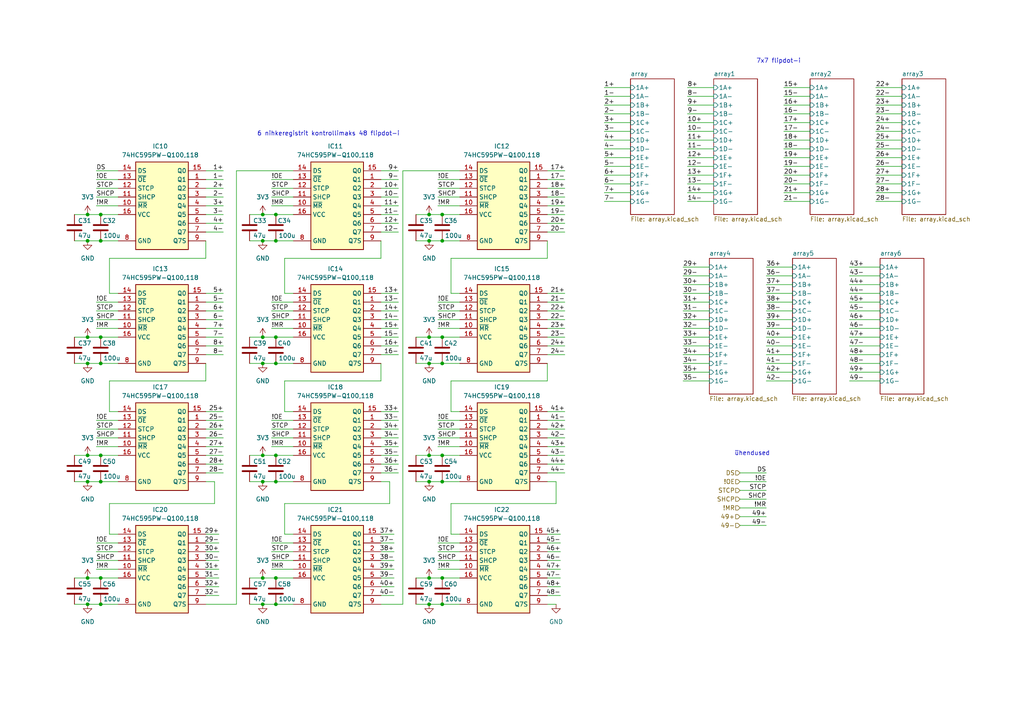
<source format=kicad_sch>
(kicad_sch (version 20250114) (generator "eeschema") (generator_version "9.0")
  (paper "A4")
  (text "6 nihkeregistrit kontrollimaks 48 flipdot-i" (at 95.25 38.862 0) (effects (font (size 1.27 1.27))))
  (text "ühendused" (at 218.186 131.572 0) (effects (font (size 1.27 1.27))))
  (text "7x7 flipdot-i" (at 225.806 17.78 0) (effects (font (size 1.27 1.27))))
  (junction (at 128.27 139.7))
  (junction (at 29.21 97.79))
  (junction (at 76.2 175.26))
  (junction (at 29.21 132.08))
  (junction (at 76.2 132.08))
  (junction (at 124.46 175.26))
  (junction (at 29.21 105.41))
  (junction (at 25.4 105.41))
  (junction (at 25.4 69.85))
  (junction (at 124.46 62.23))
  (junction (at 25.4 167.64))
  (junction (at 128.27 132.08))
  (junction (at 25.4 132.08))
  (junction (at 76.2 69.85))
  (junction (at 76.2 167.64))
  (junction (at 124.46 167.64))
  (junction (at 29.21 139.7))
  (junction (at 128.27 97.79))
  (junction (at 128.27 175.26))
  (junction (at 128.27 69.85))
  (junction (at 80.01 132.08))
  (junction (at 76.2 62.23))
  (junction (at 80.01 139.7))
  (junction (at 128.27 62.23))
  (junction (at 29.21 69.85))
  (junction (at 128.27 167.64))
  (junction (at 80.01 97.79))
  (junction (at 80.01 105.41))
  (junction (at 80.01 167.64))
  (junction (at 80.01 175.26))
  (junction (at 25.4 139.7))
  (junction (at 29.21 167.64))
  (junction (at 124.46 139.7))
  (junction (at 29.21 62.23))
  (junction (at 124.46 69.85))
  (junction (at 124.46 97.79))
  (junction (at 80.01 62.23))
  (junction (at 124.46 105.41))
  (junction (at 76.2 105.41))
  (junction (at 25.4 97.79))
  (junction (at 29.21 175.26))
  (junction (at 76.2 139.7))
  (junction (at 128.27 105.41))
  (junction (at 76.2 97.79))
  (junction (at 25.4 62.23))
  (junction (at 25.4 175.26))
  (junction (at 124.46 132.08))
  (junction (at 80.01 69.85))
  (wire (pts (xy 78.74 124.46) (xy 85.09 124.46)))
  (wire (pts (xy 72.39 175.26) (xy 76.2 175.26)))
  (wire (pts (xy 21.59 175.26) (xy 25.4 175.26)))
  (wire (pts (xy 80.01 139.7) (xy 85.09 139.7)))
  (wire (pts (xy 27.94 49.53) (xy 34.29 49.53)))
  (wire (pts (xy 76.2 139.7) (xy 80.01 139.7)))
  (wire (pts (xy 158.75 52.07) (xy 163.83 52.07)))
  (wire (pts (xy 158.75 124.46) (xy 163.83 124.46)))
  (wire (pts (xy 31.75 110.49) (xy 31.75 119.38)))
  (wire (pts (xy 234.95 25.4) (xy 227.33 25.4)))
  (wire (pts (xy 234.95 38.1) (xy 227.33 38.1)))
  (wire (pts (xy 261.62 50.8) (xy 254 50.8)))
  (wire (pts (xy 72.39 105.41) (xy 76.2 105.41)))
  (wire (pts (xy 128.27 132.08) (xy 133.35 132.08)))
  (wire (pts (xy 78.74 162.56) (xy 85.09 162.56)))
  (wire (pts (xy 110.49 69.85) (xy 110.49 74.93)))
  (wire (pts (xy 182.88 53.34) (xy 175.26 53.34)))
  (wire (pts (xy 214.63 142.24) (xy 222.25 142.24)))
  (wire (pts (xy 25.4 139.7) (xy 29.21 139.7)))
  (wire (pts (xy 59.69 57.15) (xy 64.77 57.15)))
  (wire (pts (xy 234.95 58.42) (xy 227.33 58.42)))
  (wire (pts (xy 110.49 85.09) (xy 115.57 85.09)))
  (wire (pts (xy 261.62 38.1) (xy 254 38.1)))
  (wire (pts (xy 27.94 127) (xy 34.29 127)))
  (wire (pts (xy 27.94 162.56) (xy 34.29 162.56)))
  (wire (pts (xy 158.75 67.31) (xy 163.83 67.31)))
  (wire (pts (xy 27.94 165.1) (xy 34.29 165.1)))
  (wire (pts (xy 127 59.69) (xy 133.35 59.69)))
  (wire (pts (xy 128.27 105.41) (xy 133.35 105.41)))
  (wire (pts (xy 182.88 43.18) (xy 175.26 43.18)))
  (wire (pts (xy 110.49 154.94) (xy 114.3 154.94)))
  (wire (pts (xy 82.55 154.94) (xy 85.09 154.94)))
  (wire (pts (xy 120.65 132.08) (xy 124.46 132.08)))
  (wire (pts (xy 21.59 105.41) (xy 25.4 105.41)))
  (wire (pts (xy 110.49 57.15) (xy 115.57 57.15)))
  (wire (pts (xy 110.49 157.48) (xy 114.3 157.48)))
  (wire (pts (xy 130.81 110.49) (xy 130.81 119.38)))
  (wire (pts (xy 120.65 139.7) (xy 124.46 139.7)))
  (wire (pts (xy 82.55 146.05) (xy 82.55 154.94)))
  (wire (pts (xy 158.75 134.62) (xy 163.83 134.62)))
  (wire (pts (xy 261.62 35.56) (xy 254 35.56)))
  (wire (pts (xy 110.49 74.93) (xy 82.55 74.93)))
  (wire (pts (xy 205.74 102.87) (xy 198.12 102.87)))
  (wire (pts (xy 27.94 59.69) (xy 34.29 59.69)))
  (wire (pts (xy 127 129.54) (xy 133.35 129.54)))
  (wire (pts (xy 182.88 40.64) (xy 175.26 40.64)))
  (wire (pts (xy 80.01 132.08) (xy 85.09 132.08)))
  (wire (pts (xy 59.69 85.09) (xy 64.77 85.09)))
  (wire (pts (xy 82.55 110.49) (xy 82.55 119.38)))
  (wire (pts (xy 59.69 127) (xy 64.77 127)))
  (wire (pts (xy 182.88 27.94) (xy 175.26 27.94)))
  (wire (pts (xy 261.62 30.48) (xy 254 30.48)))
  (wire (pts (xy 110.49 67.31) (xy 115.57 67.31)))
  (wire (pts (xy 110.49 127) (xy 115.57 127)))
  (wire (pts (xy 59.69 64.77) (xy 64.77 64.77)))
  (wire (pts (xy 255.27 100.33) (xy 246.38 100.33)))
  (wire (pts (xy 182.88 30.48) (xy 175.26 30.48)))
  (wire (pts (xy 80.01 62.23) (xy 85.09 62.23)))
  (wire (pts (xy 21.59 69.85) (xy 25.4 69.85)))
  (wire (pts (xy 130.81 154.94) (xy 133.35 154.94)))
  (wire (pts (xy 21.59 139.7) (xy 25.4 139.7)))
  (wire (pts (xy 59.69 139.7) (xy 62.23 139.7)))
  (wire (pts (xy 261.62 48.26) (xy 254 48.26)))
  (wire (pts (xy 128.27 62.23) (xy 133.35 62.23)))
  (wire (pts (xy 229.87 85.09) (xy 222.25 85.09)))
  (wire (pts (xy 207.01 35.56) (xy 199.39 35.56)))
  (wire (pts (xy 158.75 170.18) (xy 162.56 170.18)))
  (wire (pts (xy 214.63 139.7) (xy 222.25 139.7)))
  (wire (pts (xy 59.69 59.69) (xy 64.77 59.69)))
  (wire (pts (xy 234.95 45.72) (xy 227.33 45.72)))
  (wire (pts (xy 182.88 35.56) (xy 175.26 35.56)))
  (wire (pts (xy 25.4 62.23) (xy 29.21 62.23)))
  (wire (pts (xy 110.49 62.23) (xy 115.57 62.23)))
  (wire (pts (xy 127 162.56) (xy 133.35 162.56)))
  (wire (pts (xy 110.49 97.79) (xy 115.57 97.79)))
  (wire (pts (xy 261.62 33.02) (xy 254 33.02)))
  (wire (pts (xy 110.49 134.62) (xy 115.57 134.62)))
  (wire (pts (xy 76.2 132.08) (xy 80.01 132.08)))
  (wire (pts (xy 261.62 40.64) (xy 254 40.64)))
  (wire (pts (xy 78.74 54.61) (xy 85.09 54.61)))
  (wire (pts (xy 59.69 105.41) (xy 59.69 110.49)))
  (wire (pts (xy 27.94 121.92) (xy 34.29 121.92)))
  (wire (pts (xy 27.94 157.48) (xy 34.29 157.48)))
  (wire (pts (xy 59.69 102.87) (xy 64.77 102.87)))
  (wire (pts (xy 207.01 25.4) (xy 199.39 25.4)))
  (wire (pts (xy 158.75 129.54) (xy 163.83 129.54)))
  (wire (pts (xy 76.2 97.79) (xy 80.01 97.79)))
  (wire (pts (xy 78.74 160.02) (xy 85.09 160.02)))
  (wire (pts (xy 72.39 132.08) (xy 76.2 132.08)))
  (wire (pts (xy 29.21 97.79) (xy 34.29 97.79)))
  (wire (pts (xy 110.49 64.77) (xy 115.57 64.77)))
  (wire (pts (xy 175.26 25.4) (xy 182.88 25.4)))
  (wire (pts (xy 124.46 175.26) (xy 128.27 175.26)))
  (wire (pts (xy 205.74 97.79) (xy 198.12 97.79)))
  (wire (pts (xy 229.87 92.71) (xy 222.25 92.71)))
  (wire (pts (xy 25.4 167.64) (xy 29.21 167.64)))
  (wire (pts (xy 120.65 167.64) (xy 124.46 167.64)))
  (wire (pts (xy 25.4 105.41) (xy 29.21 105.41)))
  (wire (pts (xy 255.27 87.63) (xy 246.38 87.63)))
  (wire (pts (xy 124.46 62.23) (xy 128.27 62.23)))
  (wire (pts (xy 207.01 43.18) (xy 199.39 43.18)))
  (wire (pts (xy 255.27 90.17) (xy 246.38 90.17)))
  (wire (pts (xy 161.29 146.05) (xy 130.81 146.05)))
  (wire (pts (xy 59.69 172.72) (xy 63.5 172.72)))
  (wire (pts (xy 255.27 95.25) (xy 246.38 95.25)))
  (wire (pts (xy 110.49 124.46) (xy 115.57 124.46)))
  (wire (pts (xy 80.01 97.79) (xy 85.09 97.79)))
  (wire (pts (xy 261.62 55.88) (xy 254 55.88)))
  (wire (pts (xy 182.88 38.1) (xy 175.26 38.1)))
  (wire (pts (xy 229.87 90.17) (xy 222.25 90.17)))
  (wire (pts (xy 78.74 92.71) (xy 85.09 92.71)))
  (wire (pts (xy 182.88 45.72) (xy 175.26 45.72)))
  (wire (pts (xy 158.75 175.26) (xy 161.29 175.26)))
  (wire (pts (xy 261.62 58.42) (xy 254 58.42)))
  (wire (pts (xy 59.69 54.61) (xy 64.77 54.61)))
  (wire (pts (xy 21.59 62.23) (xy 25.4 62.23)))
  (wire (pts (xy 76.2 62.23) (xy 80.01 62.23)))
  (wire (pts (xy 158.75 127) (xy 163.83 127)))
  (wire (pts (xy 127 90.17) (xy 133.35 90.17)))
  (wire (pts (xy 110.49 137.16) (xy 115.57 137.16)))
  (wire (pts (xy 234.95 50.8) (xy 227.33 50.8)))
  (wire (pts (xy 158.75 139.7) (xy 161.29 139.7)))
  (wire (pts (xy 80.01 167.64) (xy 85.09 167.64)))
  (wire (pts (xy 255.27 97.79) (xy 246.38 97.79)))
  (wire (pts (xy 78.74 59.69) (xy 85.09 59.69)))
  (wire (pts (xy 127 57.15) (xy 133.35 57.15)))
  (wire (pts (xy 80.01 105.41) (xy 85.09 105.41)))
  (wire (pts (xy 214.63 144.78) (xy 222.25 144.78)))
  (wire (pts (xy 59.69 90.17) (xy 64.77 90.17)))
  (wire (pts (xy 130.81 85.09) (xy 133.35 85.09)))
  (wire (pts (xy 158.75 102.87) (xy 163.83 102.87)))
  (wire (pts (xy 234.95 33.02) (xy 227.33 33.02)))
  (wire (pts (xy 158.75 92.71) (xy 163.83 92.71)))
  (wire (pts (xy 158.75 172.72) (xy 162.56 172.72)))
  (wire (pts (xy 29.21 167.64) (xy 34.29 167.64)))
  (wire (pts (xy 25.4 97.79) (xy 29.21 97.79)))
  (wire (pts (xy 255.27 77.47) (xy 246.38 77.47)))
  (wire (pts (xy 21.59 97.79) (xy 25.4 97.79)))
  (wire (pts (xy 110.49 132.08) (xy 115.57 132.08)))
  (wire (pts (xy 124.46 97.79) (xy 128.27 97.79)))
  (wire (pts (xy 158.75 154.94) (xy 162.56 154.94)))
  (wire (pts (xy 120.65 97.79) (xy 124.46 97.79)))
  (wire (pts (xy 214.63 149.86) (xy 222.25 149.86)))
  (wire (pts (xy 116.84 175.26) (xy 116.84 49.53)))
  (wire (pts (xy 59.69 62.23) (xy 64.77 62.23)))
  (wire (pts (xy 62.23 146.05) (xy 31.75 146.05)))
  (wire (pts (xy 255.27 85.09) (xy 246.38 85.09)))
  (wire (pts (xy 59.69 100.33) (xy 64.77 100.33)))
  (wire (pts (xy 207.01 55.88) (xy 199.39 55.88)))
  (wire (pts (xy 229.87 95.25) (xy 222.25 95.25)))
  (wire (pts (xy 207.01 40.64) (xy 199.39 40.64)))
  (wire (pts (xy 59.69 52.07) (xy 64.77 52.07)))
  (wire (pts (xy 205.74 92.71) (xy 198.12 92.71)))
  (wire (pts (xy 229.87 87.63) (xy 222.25 87.63)))
  (wire (pts (xy 158.75 59.69) (xy 163.83 59.69)))
  (wire (pts (xy 158.75 132.08) (xy 163.83 132.08)))
  (wire (pts (xy 128.27 139.7) (xy 133.35 139.7)))
  (wire (pts (xy 29.21 139.7) (xy 34.29 139.7)))
  (wire (pts (xy 158.75 160.02) (xy 162.56 160.02)))
  (wire (pts (xy 234.95 53.34) (xy 227.33 53.34)))
  (wire (pts (xy 234.95 43.18) (xy 227.33 43.18)))
  (wire (pts (xy 110.49 49.53) (xy 115.57 49.53)))
  (wire (pts (xy 214.63 147.32) (xy 222.25 147.32)))
  (wire (pts (xy 127 54.61) (xy 133.35 54.61)))
  (wire (pts (xy 205.74 110.49) (xy 198.12 110.49)))
  (wire (pts (xy 110.49 172.72) (xy 114.3 172.72)))
  (wire (pts (xy 161.29 139.7) (xy 161.29 146.05)))
  (wire (pts (xy 234.95 40.64) (xy 227.33 40.64)))
  (wire (pts (xy 158.75 105.41) (xy 158.75 110.49)))
  (wire (pts (xy 31.75 146.05) (xy 31.75 154.94)))
  (wire (pts (xy 59.69 160.02) (xy 63.5 160.02)))
  (wire (pts (xy 110.49 95.25) (xy 115.57 95.25)))
  (wire (pts (xy 255.27 80.01) (xy 246.38 80.01)))
  (wire (pts (xy 80.01 69.85) (xy 85.09 69.85)))
  (wire (pts (xy 124.46 105.41) (xy 128.27 105.41)))
  (wire (pts (xy 120.65 69.85) (xy 124.46 69.85)))
  (wire (pts (xy 158.75 167.64) (xy 162.56 167.64)))
  (wire (pts (xy 205.74 77.47) (xy 198.12 77.47)))
  (wire (pts (xy 205.74 100.33) (xy 198.12 100.33)))
  (wire (pts (xy 110.49 139.7) (xy 113.03 139.7)))
  (wire (pts (xy 21.59 167.64) (xy 25.4 167.64)))
  (wire (pts (xy 205.74 90.17) (xy 198.12 90.17)))
  (wire (pts (xy 110.49 92.71) (xy 115.57 92.71)))
  (wire (pts (xy 229.87 80.01) (xy 222.25 80.01)))
  (wire (pts (xy 158.75 157.48) (xy 162.56 157.48)))
  (wire (pts (xy 120.65 105.41) (xy 124.46 105.41)))
  (wire (pts (xy 158.75 85.09) (xy 163.83 85.09)))
  (wire (pts (xy 127 160.02) (xy 133.35 160.02)))
  (wire (pts (xy 59.69 167.64) (xy 63.5 167.64)))
  (wire (pts (xy 110.49 170.18) (xy 114.3 170.18)))
  (wire (pts (xy 182.88 48.26) (xy 175.26 48.26)))
  (wire (pts (xy 229.87 110.49) (xy 222.25 110.49)))
  (wire (pts (xy 234.95 48.26) (xy 227.33 48.26)))
  (wire (pts (xy 158.75 165.1) (xy 162.56 165.1)))
  (wire (pts (xy 127 52.07) (xy 133.35 52.07)))
  (wire (pts (xy 205.74 87.63) (xy 198.12 87.63)))
  (wire (pts (xy 110.49 129.54) (xy 115.57 129.54)))
  (wire (pts (xy 207.01 45.72) (xy 199.39 45.72)))
  (wire (pts (xy 128.27 97.79) (xy 133.35 97.79)))
  (wire (pts (xy 31.75 74.93) (xy 31.75 85.09)))
  (wire (pts (xy 59.69 69.85) (xy 59.69 74.93)))
  (wire (pts (xy 110.49 160.02) (xy 114.3 160.02)))
  (wire (pts (xy 158.75 87.63) (xy 163.83 87.63)))
  (wire (pts (xy 59.69 87.63) (xy 64.77 87.63)))
  (wire (pts (xy 214.63 137.16) (xy 222.25 137.16)))
  (wire (pts (xy 82.55 85.09) (xy 85.09 85.09)))
  (wire (pts (xy 72.39 139.7) (xy 76.2 139.7)))
  (wire (pts (xy 59.69 97.79) (xy 64.77 97.79)))
  (wire (pts (xy 59.69 92.71) (xy 64.77 92.71)))
  (wire (pts (xy 127 87.63) (xy 133.35 87.63)))
  (wire (pts (xy 27.94 124.46) (xy 34.29 124.46)))
  (wire (pts (xy 158.75 69.85) (xy 158.75 74.93)))
  (wire (pts (xy 27.94 57.15) (xy 34.29 57.15)))
  (wire (pts (xy 158.75 119.38) (xy 163.83 119.38)))
  (wire (pts (xy 25.4 175.26) (xy 29.21 175.26)))
  (wire (pts (xy 158.75 121.92) (xy 163.83 121.92)))
  (wire (pts (xy 59.69 132.08) (xy 64.77 132.08)))
  (wire (pts (xy 110.49 175.26) (xy 116.84 175.26)))
  (wire (pts (xy 76.2 175.26) (xy 80.01 175.26)))
  (wire (pts (xy 229.87 105.41) (xy 222.25 105.41)))
  (wire (pts (xy 158.75 74.93) (xy 130.81 74.93)))
  (wire (pts (xy 113.03 146.05) (xy 82.55 146.05)))
  (wire (pts (xy 255.27 105.41) (xy 246.38 105.41)))
  (wire (pts (xy 261.62 27.94) (xy 254 27.94)))
  (wire (pts (xy 62.23 139.7) (xy 62.23 146.05)))
  (wire (pts (xy 59.69 134.62) (xy 64.77 134.62)))
  (wire (pts (xy 59.69 49.53) (xy 64.77 49.53)))
  (wire (pts (xy 255.27 92.71) (xy 246.38 92.71)))
  (wire (pts (xy 127 95.25) (xy 133.35 95.25)))
  (wire (pts (xy 68.58 49.53) (xy 85.09 49.53)))
  (wire (pts (xy 78.74 95.25) (xy 85.09 95.25)))
  (wire (pts (xy 255.27 82.55) (xy 246.38 82.55)))
  (wire (pts (xy 124.46 167.64) (xy 128.27 167.64)))
  (wire (pts (xy 29.21 69.85) (xy 34.29 69.85)))
  (wire (pts (xy 110.49 100.33) (xy 115.57 100.33)))
  (wire (pts (xy 234.95 55.88) (xy 227.33 55.88)))
  (wire (pts (xy 59.69 124.46) (xy 64.77 124.46)))
  (wire (pts (xy 158.75 110.49) (xy 130.81 110.49)))
  (wire (pts (xy 78.74 57.15) (xy 85.09 57.15)))
  (wire (pts (xy 76.2 69.85) (xy 80.01 69.85)))
  (wire (pts (xy 110.49 102.87) (xy 115.57 102.87)))
  (wire (pts (xy 27.94 129.54) (xy 34.29 129.54)))
  (wire (pts (xy 110.49 54.61) (xy 115.57 54.61)))
  (wire (pts (xy 78.74 90.17) (xy 85.09 90.17)))
  (wire (pts (xy 113.03 139.7) (xy 113.03 146.05)))
  (wire (pts (xy 29.21 132.08) (xy 34.29 132.08)))
  (wire (pts (xy 25.4 69.85) (xy 29.21 69.85)))
  (wire (pts (xy 59.69 137.16) (xy 64.77 137.16)))
  (wire (pts (xy 205.74 82.55) (xy 198.12 82.55)))
  (wire (pts (xy 229.87 100.33) (xy 222.25 100.33)))
  (wire (pts (xy 27.94 52.07) (xy 34.29 52.07)))
  (wire (pts (xy 59.69 129.54) (xy 64.77 129.54)))
  (wire (pts (xy 130.81 74.93) (xy 130.81 85.09)))
  (wire (pts (xy 78.74 52.07) (xy 85.09 52.07)))
  (wire (pts (xy 234.95 27.94) (xy 227.33 27.94)))
  (wire (pts (xy 120.65 62.23) (xy 124.46 62.23)))
  (wire (pts (xy 59.69 121.92) (xy 64.77 121.92)))
  (wire (pts (xy 207.01 58.42) (xy 199.39 58.42)))
  (wire (pts (xy 124.46 139.7) (xy 128.27 139.7)))
  (wire (pts (xy 59.69 162.56) (xy 63.5 162.56)))
  (wire (pts (xy 205.74 85.09) (xy 198.12 85.09)))
  (wire (pts (xy 78.74 127) (xy 85.09 127)))
  (wire (pts (xy 59.69 110.49) (xy 31.75 110.49)))
  (wire (pts (xy 158.75 49.53) (xy 163.83 49.53)))
  (wire (pts (xy 207.01 53.34) (xy 199.39 53.34)))
  (wire (pts (xy 205.74 105.41) (xy 198.12 105.41)))
  (wire (pts (xy 261.62 53.34) (xy 254 53.34)))
  (wire (pts (xy 205.74 80.01) (xy 198.12 80.01)))
  (wire (pts (xy 59.69 95.25) (xy 64.77 95.25)))
  (wire (pts (xy 205.74 95.25) (xy 198.12 95.25)))
  (wire (pts (xy 158.75 64.77) (xy 163.83 64.77)))
  (wire (pts (xy 229.87 107.95) (xy 222.25 107.95)))
  (wire (pts (xy 78.74 129.54) (xy 85.09 129.54)))
  (wire (pts (xy 59.69 119.38) (xy 64.77 119.38)))
  (wire (pts (xy 59.69 170.18) (xy 63.5 170.18)))
  (wire (pts (xy 21.59 132.08) (xy 25.4 132.08)))
  (wire (pts (xy 59.69 165.1) (xy 63.5 165.1)))
  (wire (pts (xy 76.2 105.41) (xy 80.01 105.41)))
  (wire (pts (xy 199.39 30.48) (xy 207.01 30.48)))
  (wire (pts (xy 207.01 38.1) (xy 199.39 38.1)))
  (wire (pts (xy 27.94 92.71) (xy 34.29 92.71)))
  (wire (pts (xy 128.27 69.85) (xy 133.35 69.85)))
  (wire (pts (xy 222.25 102.87) (xy 229.87 102.87)))
  (wire (pts (xy 59.69 67.31) (xy 64.77 67.31)))
  (wire (pts (xy 31.75 85.09) (xy 34.29 85.09)))
  (wire (pts (xy 29.21 62.23) (xy 34.29 62.23)))
  (wire (pts (xy 31.75 154.94) (xy 34.29 154.94)))
  (wire (pts (xy 158.75 95.25) (xy 163.83 95.25)))
  (wire (pts (xy 27.94 160.02) (xy 34.29 160.02)))
  (wire (pts (xy 25.4 132.08) (xy 29.21 132.08)))
  (wire (pts (xy 158.75 100.33) (xy 163.83 100.33)))
  (wire (pts (xy 234.95 30.48) (xy 227.33 30.48)))
  (wire (pts (xy 127 121.92) (xy 133.35 121.92)))
  (wire (pts (xy 127 127) (xy 133.35 127)))
  (wire (pts (xy 158.75 57.15) (xy 163.83 57.15)))
  (wire (pts (xy 78.74 121.92) (xy 85.09 121.92)))
  (wire (pts (xy 29.21 105.41) (xy 34.29 105.41)))
  (wire (pts (xy 207.01 33.02) (xy 199.39 33.02)))
  (wire (pts (xy 158.75 54.61) (xy 163.83 54.61)))
  (wire (pts (xy 128.27 175.26) (xy 133.35 175.26)))
  (wire (pts (xy 27.94 54.61) (xy 34.29 54.61)))
  (wire (pts (xy 59.69 74.93) (xy 31.75 74.93)))
  (wire (pts (xy 59.69 157.48) (xy 63.5 157.48)))
  (wire (pts (xy 72.39 69.85) (xy 76.2 69.85)))
  (wire (pts (xy 110.49 87.63) (xy 115.57 87.63)))
  (wire (pts (xy 59.69 175.26) (xy 68.58 175.26)))
  (wire (pts (xy 158.75 62.23) (xy 163.83 62.23)))
  (wire (pts (xy 72.39 167.64) (xy 76.2 167.64)))
  (wire (pts (xy 127 124.46) (xy 133.35 124.46)))
  (wire (pts (xy 205.74 107.95) (xy 198.12 107.95)))
  (wire (pts (xy 78.74 165.1) (xy 85.09 165.1)))
  (wire (pts (xy 29.21 175.26) (xy 34.29 175.26)))
  (wire (pts (xy 76.2 167.64) (xy 80.01 167.64)))
  (wire (pts (xy 80.01 175.26) (xy 85.09 175.26)))
  (wire (pts (xy 82.55 119.38) (xy 85.09 119.38)))
  (wire (pts (xy 110.49 165.1) (xy 114.3 165.1)))
  (wire (pts (xy 110.49 90.17) (xy 115.57 90.17)))
  (wire (pts (xy 261.62 25.4) (xy 254 25.4)))
  (wire (pts (xy 207.01 50.8) (xy 199.39 50.8)))
  (wire (pts (xy 158.75 162.56) (xy 162.56 162.56)))
  (wire (pts (xy 261.62 43.18) (xy 254 43.18)))
  (wire (pts (xy 116.84 49.53) (xy 133.35 49.53)))
  (wire (pts (xy 110.49 59.69) (xy 115.57 59.69)))
  (wire (pts (xy 158.75 90.17) (xy 163.83 90.17)))
  (wire (pts (xy 229.87 82.55) (xy 222.25 82.55)))
  (wire (pts (xy 27.94 90.17) (xy 34.29 90.17)))
  (wire (pts (xy 182.88 55.88) (xy 175.26 55.88)))
  (wire (pts (xy 72.39 97.79) (xy 76.2 97.79)))
  (wire (pts (xy 110.49 105.41) (xy 110.49 110.49)))
  (wire (pts (xy 120.65 175.26) (xy 124.46 175.26)))
  (wire (pts (xy 124.46 132.08) (xy 128.27 132.08)))
  (wire (pts (xy 229.87 97.79) (xy 222.25 97.79)))
  (wire (pts (xy 110.49 167.64) (xy 114.3 167.64)))
  (wire (pts (xy 255.27 102.87) (xy 246.38 102.87)))
  (wire (pts (xy 234.95 35.56) (xy 227.33 35.56)))
  (wire (pts (xy 78.74 157.48) (xy 85.09 157.48)))
  (wire (pts (xy 255.27 107.95) (xy 246.38 107.95)))
  (wire (pts (xy 110.49 110.49) (xy 82.55 110.49)))
  (wire (pts (xy 68.58 175.26) (xy 68.58 49.53)))
  (wire (pts (xy 207.01 27.94) (xy 199.39 27.94)))
  (wire (pts (xy 130.81 119.38) (xy 133.35 119.38)))
  (wire (pts (xy 110.49 121.92) (xy 115.57 121.92)))
  (wire (pts (xy 110.49 52.07) (xy 115.57 52.07)))
  (wire (pts (xy 229.87 77.47) (xy 222.25 77.47)))
  (wire (pts (xy 128.27 167.64) (xy 133.35 167.64)))
  (wire (pts (xy 127 165.1) (xy 133.35 165.1)))
  (wire (pts (xy 127 157.48) (xy 133.35 157.48)))
  (wire (pts (xy 124.46 69.85) (xy 128.27 69.85)))
  (wire (pts (xy 82.55 74.93) (xy 82.55 85.09)))
  (wire (pts (xy 261.62 45.72) (xy 254 45.72)))
  (wire (pts (xy 31.75 119.38) (xy 34.29 119.38)))
  (wire (pts (xy 27.94 95.25) (xy 34.29 95.25)))
  (wire (pts (xy 255.27 110.49) (xy 246.38 110.49)))
  (wire (pts (xy 182.88 33.02) (xy 175.26 33.02)))
  (wire (pts (xy 72.39 62.23) (xy 76.2 62.23)))
  (wire (pts (xy 158.75 97.79) (xy 163.83 97.79)))
  (wire (pts (xy 130.81 146.05) (xy 130.81 154.94)))
  (wire (pts (xy 158.75 137.16) (xy 163.83 137.16)))
  (wire (pts (xy 27.94 87.63) (xy 34.29 87.63)))
  (wire (pts (xy 182.88 58.42) (xy 175.26 58.42)))
  (wire (pts (xy 207.01 48.26) (xy 199.39 48.26)))
  (wire (pts (xy 59.69 154.94) (xy 63.5 154.94)))
  (wire (pts (xy 214.63 152.4) (xy 222.25 152.4)))
  (wire (pts (xy 182.88 50.8) (xy 175.26 50.8)))
  (wire (pts (xy 127 92.71) (xy 133.35 92.71)))
  (wire (pts (xy 110.49 162.56) (xy 114.3 162.56)))
  (wire (pts (xy 78.74 87.63) (xy 85.09 87.63)))
  (wire (pts (xy 110.49 119.38) (xy 115.57 119.38)))
  (label "38-" (at 222.25 90.17 0))
  (label "17+" (at 163.83 49.53 180))
  (label "15-" (at 227.33 27.94 0))
  (label "44-" (at 163.83 137.16 180))
  (label "7-" (at 64.77 97.79 180))
  (label "15+" (at 115.57 95.25 180))
  (label "36+" (at 222.25 77.47 0))
  (label "STCP" (at 27.94 54.61 0))
  (label "40-" (at 114.3 172.72 180))
  (label "26+" (at 254 45.72 0))
  (label "46+" (at 246.38 92.71 0))
  (label "34-" (at 198.12 105.41 0))
  (label "2-" (at 175.26 33.02 0))
  (label "5-" (at 175.26 48.26 0))
  (label "10-" (at 199.39 38.1 0))
  (label "30+" (at 198.12 82.55 0))
  (label "2-" (at 64.77 57.15 180))
  (label "12-" (at 199.39 48.26 0))
  (label "21+" (at 163.83 85.09 180))
  (label "14+" (at 199.39 55.88 0))
  (label "!MR" (at 78.74 59.69 0))
  (label "34-" (at 115.57 127 180))
  (label "43-" (at 246.38 80.01 0))
  (label "42-" (at 163.83 127 180))
  (label "20-" (at 163.83 67.31 180))
  (label "28+" (at 254 55.88 0))
  (label "24-" (at 254 38.1 0))
  (label "22+" (at 254 25.4 0))
  (label "35+" (at 115.57 129.54 180))
  (label "35-" (at 115.57 132.08 180))
  (label "STCP" (at 27.94 90.17 0))
  (label "35-" (at 198.12 110.49 0))
  (label "1+" (at 64.77 49.53 180))
  (label "34+" (at 198.12 102.87 0))
  (label "48-" (at 246.38 105.41 0))
  (label "26+" (at 64.77 124.46 180))
  (label "48+" (at 246.38 102.87 0))
  (label "18+" (at 227.33 40.64 0))
  (label "31-" (at 198.12 90.17 0))
  (label "13+" (at 115.57 85.09 180))
  (label "13+" (at 199.39 50.8 0))
  (label "5-" (at 64.77 87.63 180))
  (label "39+" (at 114.3 165.1 180))
  (label "!OE" (at 27.94 121.92 0))
  (label "!MR" (at 222.25 147.32 180))
  (label "45-" (at 246.38 90.17 0))
  (label "!MR" (at 127 59.69 0))
  (label "41-" (at 222.25 105.41 0))
  (label "7+" (at 64.77 95.25 180))
  (label "9-" (at 115.57 52.07 180))
  (label "27-" (at 64.77 132.08 180))
  (label "43+" (at 163.83 129.54 180))
  (label "42+" (at 222.25 107.95 0))
  (label "21-" (at 227.33 58.42 0))
  (label "3+" (at 175.26 35.56 0))
  (label "10+" (at 199.39 35.56 0))
  (label "!OE" (at 78.74 121.92 0))
  (label "49+" (at 246.38 107.95 0))
  (label "44+" (at 246.38 82.55 0))
  (label "10-" (at 115.57 57.15 180))
  (label "19+" (at 227.33 45.72 0))
  (label "43-" (at 163.83 132.08 180))
  (label "18+" (at 163.83 54.61 180))
  (label "8+" (at 64.77 100.33 180))
  (label "21+" (at 227.33 55.88 0))
  (label "!OE" (at 78.74 157.48 0))
  (label "33+" (at 198.12 97.79 0))
  (label "11+" (at 115.57 59.69 180))
  (label "47+" (at 162.56 165.1 180))
  (label "49-" (at 222.25 152.4 180))
  (label "48+" (at 162.56 170.18 180))
  (label "27+" (at 254 50.8 0))
  (label "STCP" (at 127 54.61 0))
  (label "SHCP" (at 78.74 127 0))
  (label "2+" (at 64.77 54.61 180))
  (label "17-" (at 163.83 52.07 180))
  (label "38+" (at 114.3 160.02 180))
  (label "3+" (at 64.77 59.69 180))
  (label "25+" (at 64.77 119.38 180))
  (label "!OE" (at 127 121.92 0))
  (label "!MR" (at 27.94 129.54 0))
  (label "9+" (at 115.57 49.53 180))
  (label "!MR" (at 127 165.1 0))
  (label "33-" (at 198.12 100.33 0))
  (label "36-" (at 115.57 137.16 180))
  (label "47-" (at 162.56 167.64 180))
  (label "18-" (at 163.83 57.15 180))
  (label "STCP" (at 222.25 142.24 180))
  (label "14-" (at 115.57 92.71 180))
  (label "4+" (at 64.77 64.77 180))
  (label "47+" (at 246.38 97.79 0))
  (label "STCP" (at 27.94 160.02 0))
  (label "45-" (at 162.56 157.48 180))
  (label "DS" (at 222.25 137.16 180))
  (label "!OE" (at 127 157.48 0))
  (label "12+" (at 199.39 45.72 0))
  (label "2+" (at 175.26 30.48 0))
  (label "31+" (at 198.12 87.63 0))
  (label "34+" (at 115.57 124.46 180))
  (label "SHCP" (at 78.74 162.56 0))
  (label "35+" (at 198.12 107.95 0))
  (label "45+" (at 162.56 154.94 180))
  (label "23+" (at 163.83 95.25 180))
  (label "13-" (at 115.57 87.63 180))
  (label "1-" (at 64.77 52.07 180))
  (label "6+" (at 64.77 90.17 180))
  (label "14+" (at 115.57 90.17 180))
  (label "16+" (at 227.33 30.48 0))
  (label "!MR" (at 78.74 129.54 0))
  (label "40+" (at 114.3 170.18 180))
  (label "4-" (at 175.26 43.18 0))
  (label "!MR" (at 78.74 165.1 0))
  (label "9+" (at 199.39 30.48 0))
  (label "47-" (at 246.38 100.33 0))
  (label "STCP" (at 127 90.17 0))
  (label "41+" (at 222.25 102.87 0))
  (label "37-" (at 222.25 85.09 0))
  (label "4-" (at 64.77 67.31 180))
  (label "STCP" (at 78.74 54.61 0))
  (label "26-" (at 64.77 127 180))
  (label "STCP" (at 27.94 124.46 0))
  (label "33-" (at 115.57 121.92 180))
  (label "22-" (at 254 27.94 0))
  (label "8-" (at 64.77 102.87 180))
  (label "20+" (at 163.83 64.77 180))
  (label "39-" (at 222.25 95.25 0))
  (label "32-" (at 63.5 172.72 180))
  (label "21-" (at 163.83 87.63 180))
  (label "SHCP" (at 27.94 92.71 0))
  (label "25-" (at 254 43.18 0))
  (label "31+" (at 63.5 165.1 180))
  (label "!OE" (at 78.74 87.63 0))
  (label "16-" (at 115.57 102.87 180))
  (label "!MR" (at 27.94 59.69 0))
  (label "STCP" (at 78.74 90.17 0))
  (label "40+" (at 222.25 97.79 0))
  (label "SHCP" (at 27.94 162.56 0))
  (label "STCP" (at 78.74 160.02 0))
  (label "6-" (at 175.26 53.34 0))
  (label "30-" (at 198.12 85.09 0))
  (label "49-" (at 246.38 110.49 0))
  (label "29+" (at 63.5 154.94 180))
  (label "7-" (at 175.26 58.42 0))
  (label "6+" (at 175.26 50.8 0))
  (label "SHCP" (at 127 92.71 0))
  (label "SHCP" (at 222.25 144.78 180))
  (label "37+" (at 222.25 82.55 0))
  (label "4+" (at 175.26 40.64 0))
  (label "15+" (at 227.33 25.4 0))
  (label "SHCP" (at 27.94 127 0))
  (label "25+" (at 254 40.64 0))
  (label "36+" (at 115.57 134.62 180))
  (label "43+" (at 246.38 77.47 0))
  (label "!MR" (at 127 129.54 0))
  (label "11-" (at 199.39 43.18 0))
  (label "6-" (at 64.77 92.71 180))
  (label "42+" (at 163.83 124.46 180))
  (label "24+" (at 254 35.56 0))
  (label "11+" (at 199.39 40.64 0))
  (label "41+" (at 163.83 119.38 180))
  (label "STCP" (at 127 160.02 0))
  (label "29-" (at 63.5 157.48 180))
  (label "45+" (at 246.38 87.63 0))
  (label "12+" (at 115.57 64.77 180))
  (label "DS" (at 27.94 49.53 0))
  (label "28-" (at 64.77 137.16 180))
  (label "SHCP" (at 127 57.15 0))
  (label "25-" (at 64.77 121.92 180))
  (label "37-" (at 114.3 157.48 180))
  (label "15-" (at 115.57 97.79 180))
  (label "32+" (at 198.12 92.71 0))
  (label "!OE" (at 127 52.07 0))
  (label "SHCP" (at 78.74 92.71 0))
  (label "14-" (at 199.39 58.42 0))
  (label "SHCP" (at 27.94 57.15 0))
  (label "12-" (at 115.57 67.31 180))
  (label "16-" (at 227.33 33.02 0))
  (label "!OE" (at 78.74 52.07 0))
  (label "32+" (at 63.5 170.18 180))
  (label "9-" (at 199.39 33.02 0))
  (label "!MR" (at 127 95.25 0))
  (label "STCP" (at 78.74 124.46 0))
  (label "30-" (at 63.5 162.56 180))
  (label "23-" (at 254 33.02 0))
  (label "24+" (at 163.83 100.33 180))
  (label "17-" (at 227.33 38.1 0))
  (label "29+" (at 198.12 77.47 0))
  (label "41-" (at 163.83 121.92 180))
  (label "26-" (at 254 48.26 0))
  (label "18-" (at 227.33 43.18 0))
  (label "3-" (at 64.77 62.23 180))
  (label "44+" (at 163.83 134.62 180))
  (label "13-" (at 199.39 53.34 0))
  (label "19-" (at 227.33 48.26 0))
  (label "49+" (at 222.25 149.86 180))
  (label "28-" (at 254 58.42 0))
  (label "37+" (at 114.3 154.94 180))
  (label "8-" (at 199.39 27.94 0))
  (label "30+" (at 63.5 160.02 180))
  (label "!MR" (at 27.94 165.1 0))
  (label "33+" (at 115.57 119.38 180))
  (label "!OE" (at 27.94 157.48 0))
  (label "1+" (at 175.26 25.4 0))
  (label "23-" (at 163.83 97.79 180))
  (label "20-" (at 227.33 53.34 0))
  (label "7+" (at 175.26 55.88 0))
  (label "22+" (at 163.83 90.17 180))
  (label "44-" (at 246.38 85.09 0))
  (label "29-" (at 198.12 80.01 0))
  (label "5+" (at 64.77 85.09 180))
  (label "19-" (at 163.83 62.23 180))
  (label "23+" (at 254 30.48 0))
  (label "28+" (at 64.77 134.62 180))
  (label "!OE" (at 27.94 52.07 0))
  (label "STCP" (at 127 124.46 0))
  (label "38+" (at 222.25 87.63 0))
  (label "17+" (at 227.33 35.56 0))
  (label "36-" (at 222.25 80.01 0))
  (label "11-" (at 115.57 62.23 180))
  (label "32-" (at 198.12 95.25 0))
  (label "!OE" (at 222.25 139.7 180))
  (label "SHCP" (at 78.74 57.15 0))
  (label "3-" (at 175.26 38.1 0))
  (label "46-" (at 246.38 95.25 0))
  (label "46+" (at 162.56 160.02 180))
  (label "27-" (at 254 53.34 0))
  (label "46-" (at 162.56 162.56 180))
  (label "42-" (at 222.25 110.49 0))
  (label "!MR" (at 78.74 95.25 0))
  (label "!MR" (at 27.94 95.25 0))
  (label "24-" (at 163.83 102.87 180))
  (label "!OE" (at 27.94 87.63 0))
  (label "8+" (at 199.39 25.4 0))
  (label "16+" (at 115.57 100.33 180))
  (label "20+" (at 227.33 50.8 0))
  (label "27+" (at 64.77 129.54 180))
  (label "39-" (at 114.3 167.64 180))
  (label "1-" (at 175.26 27.94 0))
  (label "40-" (at 222.25 100.33 0))
  (label "38-" (at 114.3 162.56 180))
  (label "31-" (at 63.5 167.64 180))
  (label "22-" (at 163.83 92.71 180))
  (label "48-" (at 162.56 172.72 180))
  (label "19+" (at 163.83 59.69 180))
  (label "5+" (at 175.26 45.72 0))
  (label "39+" (at 222.25 92.71 0))
  (label "SHCP" (at 127 162.56 0))
  (label "SHCP" (at 127 127 0))
  (label "10+" (at 115.57 54.61 180))
  (label "!OE" (at 127 87.63 0))
  (hierarchical_label "!OE" (shape input) (at 214.63 139.7 180))
  (hierarchical_label "DS" (shape input) (at 214.63 137.16 180))
  (hierarchical_label "STCP" (shape input) (at 214.63 142.24 180))
  (hierarchical_label "49+" (shape input) (at 214.63 149.86 180))
  (hierarchical_label "SHCP" (shape input) (at 214.63 144.78 180))
  (hierarchical_label "49-" (shape input) (at 214.63 152.4 180))
  (hierarchical_label "!MR" (shape input) (at 214.63 147.32 180))
  (symbol (lib_id "power:GND") (at 25.4 139.7 0) (unit 1)
    (property "Reference" "#PWR055" (effects (hide yes)))
    (property "Value" "GND" (at 25.4 144.78 0))
    (property "Description" "Power symbol creates a global label with name \"GND\" , ground" (effects (hide yes)))
    (instances (project "Emaplaat" (path "" (reference "#PWR055") (unit 1)) (path "" (reference "#PWR073") (unit 1))))
  )
  (symbol (lib_id "Device:C") (at 128.27 66.04 0) (unit 1)
    (property "Reference" "C36" (at 128.778 64.008 0) (effects (justify left)))
    (property "Value" "100u" (at 129.032 68.326 0) (effects (justify left)))
    (property "Description" "Unpolarized capacitor" (effects (hide yes)))
    (instances (project "Emaplaat" (path "" (reference "C36") (unit 1)) (path "" (reference "C72") (unit 1))))
  )
  (symbol (lib_id "Device:C") (at 128.27 101.6 0) (unit 1)
    (property "Reference" "C42" (at 128.778 99.568 0) (effects (justify left)))
    (property "Value" "100u" (at 129.032 103.886 0) (effects (justify left)))
    (property "Description" "Unpolarized capacitor" (effects (hide yes)))
    (instances (project "Emaplaat" (path "" (reference "C42") (unit 1)) (path "" (reference "C78") (unit 1))))
  )
  (symbol (lib_name "74HC595PW-Q100,118_1") (lib_id "74HC595PW-Q100_118:74HC595PW-Q100,118") (at 85.09 119.38 0) (unit 1)
    (property "Reference" "IC18" (at 97.282 112.268 0))
    (property "Value" "74HC595PW-Q100,118" (at 97.282 114.808 0))
    (property "Footprint" "SOP65P640X110-16N" (effects (hide yes)))
    (property "Datasheet" "https://assets.nexperia.com/documents/data-sheet/74HC_HCT595_Q100.pdf" (effects (hide yes)))
    (property "Description" "74HC(T)595-Q100 - 8-bit serial-in, serial or parallel-out shift register with output latches; 3-state@en-us" (effects (hide yes)))
    (property "Height" "1.1" (effects (hide yes)))
    (property "Mouser Part Number" "771-74HC595PW-Q100" (effects (hide yes)))
    (property "Mouser Price/Stock" "https://www.mouser.co.uk/ProductDetail/Nexperia/74HC595PW-Q100118?qs=1sbE9T7hb3aHrTORCcEuDg%3D%3D" (effects (hide yes)))
    (property "Manufacturer_Name" "Nexperia" (effects (hide yes)))
    (property "Manufacturer_Part_Number" "74HC595PW-Q100,118" (effects (hide yes)))
    (instances (project "Emaplaat" (path "" (reference "IC18") (unit 1)) (path "" (reference "IC33") (unit 1))))
  )
  (symbol (lib_name "74HC595PW-Q100,118_1") (lib_id "74HC595PW-Q100_118:74HC595PW-Q100,118") (at 85.09 85.09 0) (unit 1)
    (property "Reference" "IC14" (at 97.282 77.978 0))
    (property "Value" "74HC595PW-Q100,118" (at 97.282 80.518 0))
    (property "Footprint" "SOP65P640X110-16N" (effects (hide yes)))
    (property "Datasheet" "https://assets.nexperia.com/documents/data-sheet/74HC_HCT595_Q100.pdf" (effects (hide yes)))
    (property "Description" "74HC(T)595-Q100 - 8-bit serial-in, serial or parallel-out shift register with output latches; 3-state@en-us" (effects (hide yes)))
    (property "Height" "1.1" (effects (hide yes)))
    (property "Mouser Part Number" "771-74HC595PW-Q100" (effects (hide yes)))
    (property "Mouser Price/Stock" "https://www.mouser.co.uk/ProductDetail/Nexperia/74HC595PW-Q100118?qs=1sbE9T7hb3aHrTORCcEuDg%3D%3D" (effects (hide yes)))
    (property "Manufacturer_Name" "Nexperia" (effects (hide yes)))
    (property "Manufacturer_Part_Number" "74HC595PW-Q100,118" (effects (hide yes)))
    (instances (project "Emaplaat" (path "" (reference "IC14") (unit 1)) (path "" (reference "IC30") (unit 1))))
  )
  (symbol (lib_name "74HC595PW-Q100,118_1") (lib_id "74HC595PW-Q100_118:74HC595PW-Q100,118") (at 34.29 49.53 0) (unit 1)
    (property "Reference" "IC10" (at 46.482 42.418 0))
    (property "Value" "74HC595PW-Q100,118" (at 46.482 44.958 0))
    (property "Footprint" "SOP65P640X110-16N" (effects (hide yes)))
    (property "Datasheet" "https://assets.nexperia.com/documents/data-sheet/74HC_HCT595_Q100.pdf" (effects (hide yes)))
    (property "Description" "74HC(T)595-Q100 - 8-bit serial-in, serial or parallel-out shift register with output latches; 3-state@en-us" (effects (hide yes)))
    (property "Height" "1.1" (effects (hide yes)))
    (property "Mouser Part Number" "771-74HC595PW-Q100" (effects (hide yes)))
    (property "Mouser Price/Stock" "https://www.mouser.co.uk/ProductDetail/Nexperia/74HC595PW-Q100118?qs=1sbE9T7hb3aHrTORCcEuDg%3D%3D" (effects (hide yes)))
    (property "Manufacturer_Name" "Nexperia" (effects (hide yes)))
    (property "Manufacturer_Part_Number" "74HC595PW-Q100,118" (effects (hide yes)))
    (instances (project "Emaplaat" (path "" (reference "IC10") (unit 1)) (path "" (reference "IC26") (unit 1))))
  )
  (symbol (lib_id "power:VCC") (at 25.4 167.64 0) (unit 1)
    (property "Reference" "#PWR061" (effects (hide yes)))
    (property "Value" "3V3" (at 25.4 162.56 0))
    (property "Description" "Power symbol creates a global label with name \"VCC\"" (effects (hide yes)))
    (instances (project "Emaplaat" (path "" (reference "#PWR061") (unit 1)) (path "" (reference "#PWR076") (unit 1))))
  )
  (symbol (lib_id "power:GND") (at 76.2 175.26 0) (unit 1)
    (property "Reference" "#PWR065" (effects (hide yes)))
    (property "Value" "GND" (at 76.2 180.34 0))
    (property "Description" "Power symbol creates a global label with name \"GND\" , ground" (effects (hide yes)))
    (instances (project "Emaplaat" (path "" (reference "#PWR065") (unit 1)) (path "" (reference "#PWR080") (unit 1))))
  )
  (symbol (lib_id "Device:C") (at 72.39 171.45 0) (unit 1)
    (property "Reference" "C57" (at 73.406 169.418 0) (effects (justify left)))
    (property "Value" "47u" (at 73.406 173.736 0) (effects (justify left)))
    (property "Description" "Unpolarized capacitor" (effects (hide yes)))
    (instances (project "Emaplaat" (path "" (reference "C57") (unit 1)) (path "" (reference "C87") (unit 1))))
  )
  (symbol (lib_name "74HC595PW-Q100,118_1") (lib_id "74HC595PW-Q100_118:74HC595PW-Q100,118") (at 34.29 119.38 0) (unit 1)
    (property "Reference" "IC17" (at 46.482 112.268 0))
    (property "Value" "74HC595PW-Q100,118" (at 46.482 114.808 0))
    (property "Footprint" "SOP65P640X110-16N" (effects (hide yes)))
    (property "Datasheet" "https://assets.nexperia.com/documents/data-sheet/74HC_HCT595_Q100.pdf" (effects (hide yes)))
    (property "Description" "74HC(T)595-Q100 - 8-bit serial-in, serial or parallel-out shift register with output latches; 3-state@en-us" (effects (hide yes)))
    (property "Height" "1.1" (effects (hide yes)))
    (property "Mouser Part Number" "771-74HC595PW-Q100" (effects (hide yes)))
    (property "Mouser Price/Stock" "https://www.mouser.co.uk/ProductDetail/Nexperia/74HC595PW-Q100118?qs=1sbE9T7hb3aHrTORCcEuDg%3D%3D" (effects (hide yes)))
    (property "Manufacturer_Name" "Nexperia" (effects (hide yes)))
    (property "Manufacturer_Part_Number" "74HC595PW-Q100,118" (effects (hide yes)))
    (instances (project "Emaplaat" (path "" (reference "IC17") (unit 1)) (path "" (reference "IC32") (unit 1))))
  )
  (symbol (lib_id "power:VCC") (at 25.4 132.08 0) (unit 1)
    (property "Reference" "#PWR052" (effects (hide yes)))
    (property "Value" "3V3" (at 25.4 127 0))
    (property "Description" "Power symbol creates a global label with name \"VCC\"" (effects (hide yes)))
    (instances (project "Emaplaat" (path "" (reference "#PWR052") (unit 1)) (path "" (reference "#PWR070") (unit 1))))
  )
  (symbol (lib_name "74HC595PW-Q100,118_1") (lib_id "74HC595PW-Q100_118:74HC595PW-Q100,118") (at 133.35 49.53 0) (unit 1)
    (property "Reference" "IC12" (at 145.542 42.418 0))
    (property "Value" "74HC595PW-Q100,118" (at 145.542 44.958 0))
    (property "Footprint" "SOP65P640X110-16N" (effects (hide yes)))
    (property "Datasheet" "https://assets.nexperia.com/documents/data-sheet/74HC_HCT595_Q100.pdf" (effects (hide yes)))
    (property "Description" "74HC(T)595-Q100 - 8-bit serial-in, serial or parallel-out shift register with output latches; 3-state@en-us" (effects (hide yes)))
    (property "Height" "1.1" (effects (hide yes)))
    (property "Mouser Part Number" "771-74HC595PW-Q100" (effects (hide yes)))
    (property "Mouser Price/Stock" "https://www.mouser.co.uk/ProductDetail/Nexperia/74HC595PW-Q100118?qs=1sbE9T7hb3aHrTORCcEuDg%3D%3D" (effects (hide yes)))
    (property "Manufacturer_Name" "Nexperia" (effects (hide yes)))
    (property "Manufacturer_Part_Number" "74HC595PW-Q100,118" (effects (hide yes)))
    (instances (project "Emaplaat" (path "" (reference "IC12") (unit 1)) (path "" (reference "IC28") (unit 1))))
  )
  (symbol (lib_id "Device:C") (at 120.65 135.89 0) (unit 1)
    (property "Reference" "C53" (at 121.666 133.858 0) (effects (justify left)))
    (property "Value" "47u" (at 121.666 138.176 0) (effects (justify left)))
    (property "Description" "Unpolarized capacitor" (effects (hide yes)))
    (instances (project "Emaplaat" (path "" (reference "C53") (unit 1)) (path "" (reference "C83") (unit 1))))
  )
  (symbol (lib_id "power:GND") (at 161.29 175.26 0) (unit 1)
    (property "Reference" "#PWR067" (effects (hide yes)))
    (property "Value" "GND" (at 161.29 180.34 0))
    (property "Description" "Power symbol creates a global label with name \"GND\" , ground" (effects (hide yes)))
    (instances (project "Emaplaat" (path "" (reference "#PWR067") (unit 1)) (path "" (reference "#PWR082") (unit 1))))
  )
  (symbol (lib_name "74HC595PW-Q100,118_1") (lib_id "74HC595PW-Q100_118:74HC595PW-Q100,118") (at 133.35 119.38 0) (unit 1)
    (property "Reference" "IC19" (at 145.542 112.268 0))
    (property "Value" "74HC595PW-Q100,118" (at 145.542 114.808 0))
    (property "Footprint" "SOP65P640X110-16N" (effects (hide yes)))
    (property "Datasheet" "https://assets.nexperia.com/documents/data-sheet/74HC_HCT595_Q100.pdf" (effects (hide yes)))
    (property "Description" "74HC(T)595-Q100 - 8-bit serial-in, serial or parallel-out shift register with output latches; 3-state@en-us" (effects (hide yes)))
    (property "Height" "1.1" (effects (hide yes)))
    (property "Mouser Part Number" "771-74HC595PW-Q100" (effects (hide yes)))
    (property "Mouser Price/Stock" "https://www.mouser.co.uk/ProductDetail/Nexperia/74HC595PW-Q100118?qs=1sbE9T7hb3aHrTORCcEuDg%3D%3D" (effects (hide yes)))
    (property "Manufacturer_Name" "Nexperia" (effects (hide yes)))
    (property "Manufacturer_Part_Number" "74HC595PW-Q100,118" (effects (hide yes)))
    (instances (project "Emaplaat" (path "" (reference "IC19") (unit 1)) (path "" (reference "IC34") (unit 1))))
  )
  (symbol (lib_id "Device:C") (at 21.59 66.04 0) (unit 1)
    (property "Reference" "C31" (at 22.606 64.008 0) (effects (justify left)))
    (property "Value" "47u" (at 22.606 68.326 0) (effects (justify left)))
    (property "Description" "Unpolarized capacitor" (effects (hide yes)))
    (instances (project "Emaplaat" (path "" (reference "C31") (unit 1)) (path "" (reference "C67") (unit 1))))
  )
  (symbol (lib_id "Device:C") (at 80.01 135.89 0) (unit 1)
    (property "Reference" "C52" (at 80.518 133.858 0) (effects (justify left)))
    (property "Value" "100u" (at 80.772 138.176 0) (effects (justify left)))
    (property "Description" "Unpolarized capacitor" (effects (hide yes)))
    (instances (project "Emaplaat" (path "" (reference "C52") (unit 1)) (path "" (reference "C82") (unit 1))))
  )
  (symbol (lib_id "power:GND") (at 124.46 105.41 0) (unit 1)
    (property "Reference" "#PWR047" (effects (hide yes)))
    (property "Value" "GND" (at 124.46 110.49 0))
    (property "Description" "Power symbol creates a global label with name \"GND\" , ground" (effects (hide yes)))
    (instances (project "Emaplaat" (path "" (reference "#PWR047") (unit 1)) (path "" (reference "#PWR069") (unit 1))))
  )
  (symbol (lib_id "power:VCC") (at 124.46 62.23 0) (unit 1)
    (property "Reference" "#PWR035" (effects (hide yes)))
    (property "Value" "3V3" (at 124.46 57.15 0))
    (property "Description" "Power symbol creates a global label with name \"VCC\"" (effects (hide yes)))
    (instances (project "Emaplaat" (path "" (reference "#PWR035") (unit 1)) (path "" (reference "#PWR010") (unit 1))))
  )
  (symbol (lib_id "Device:C") (at 128.27 135.89 0) (unit 1)
    (property "Reference" "C54" (at 128.778 133.858 0) (effects (justify left)))
    (property "Value" "100u" (at 129.032 138.176 0) (effects (justify left)))
    (property "Description" "Unpolarized capacitor" (effects (hide yes)))
    (instances (project "Emaplaat" (path "" (reference "C54") (unit 1)) (path "" (reference "C84") (unit 1))))
  )
  (symbol (lib_id "power:GND") (at 76.2 69.85 0) (unit 1)
    (property "Reference" "#PWR012" (effects (hide yes)))
    (property "Value" "GND" (at 76.2 74.93 0))
    (property "Description" "Power symbol creates a global label with name \"GND\" , ground" (effects (hide yes)))
    (instances (project "Emaplaat" (path "" (reference "#PWR012") (unit 1)) (path "" (reference "#PWR016") (unit 1))))
  )
  (symbol (lib_id "power:GND") (at 124.46 139.7 0) (unit 1)
    (property "Reference" "#PWR057" (effects (hide yes)))
    (property "Value" "GND" (at 124.46 144.78 0))
    (property "Description" "Power symbol creates a global label with name \"GND\" , ground" (effects (hide yes)))
    (instances (project "Emaplaat" (path "" (reference "#PWR057") (unit 1)) (path "" (reference "#PWR075") (unit 1))))
  )
  (symbol (lib_name "74HC595PW-Q100,118_1") (lib_id "74HC595PW-Q100_118:74HC595PW-Q100,118") (at 34.29 154.94 0) (unit 1)
    (property "Reference" "IC20" (at 46.482 147.828 0))
    (property "Value" "74HC595PW-Q100,118" (at 46.482 150.368 0))
    (property "Footprint" "SOP65P640X110-16N" (effects (hide yes)))
    (property "Datasheet" "https://assets.nexperia.com/documents/data-sheet/74HC_HCT595_Q100.pdf" (effects (hide yes)))
    (property "Description" "74HC(T)595-Q100 - 8-bit serial-in, serial or parallel-out shift register with output latches; 3-state@en-us" (effects (hide yes)))
    (property "Height" "1.1" (effects (hide yes)))
    (property "Mouser Part Number" "771-74HC595PW-Q100" (effects (hide yes)))
    (property "Mouser Price/Stock" "https://www.mouser.co.uk/ProductDetail/Nexperia/74HC595PW-Q100118?qs=1sbE9T7hb3aHrTORCcEuDg%3D%3D" (effects (hide yes)))
    (property "Manufacturer_Name" "Nexperia" (effects (hide yes)))
    (property "Manufacturer_Part_Number" "74HC595PW-Q100,118" (effects (hide yes)))
    (instances (project "Emaplaat" (path "" (reference "IC20") (unit 1)) (path "" (reference "IC35") (unit 1))))
  )
  (symbol (lib_id "Device:C") (at 29.21 66.04 0) (unit 1)
    (property "Reference" "C32" (at 29.718 64.008 0) (effects (justify left)))
    (property "Value" "100u" (at 29.972 68.326 0) (effects (justify left)))
    (property "Description" "Unpolarized capacitor" (effects (hide yes)))
    (instances (project "Emaplaat" (path "" (reference "C32") (unit 1)) (path "" (reference "C68") (unit 1))))
  )
  (symbol (lib_id "power:GND") (at 76.2 105.41 0) (unit 1)
    (property "Reference" "#PWR046" (effects (hide yes)))
    (property "Value" "GND" (at 76.2 110.49 0))
    (property "Description" "Power symbol creates a global label with name \"GND\" , ground" (effects (hide yes)))
    (instances (project "Emaplaat" (path "" (reference "#PWR046") (unit 1)) (path "" (reference "#PWR068") (unit 1))))
  )
  (symbol (lib_id "Device:C") (at 80.01 101.6 0) (unit 1)
    (property "Reference" "C40" (at 80.518 99.568 0) (effects (justify left)))
    (property "Value" "100u" (at 80.772 103.886 0) (effects (justify left)))
    (property "Description" "Unpolarized capacitor" (effects (hide yes)))
    (instances (project "Emaplaat" (path "" (reference "C40") (unit 1)) (path "" (reference "C76") (unit 1))))
  )
  (symbol (lib_id "Device:C") (at 72.39 66.04 0) (unit 1)
    (property "Reference" "C33" (at 73.406 64.008 0) (effects (justify left)))
    (property "Value" "47u" (at 73.406 68.326 0) (effects (justify left)))
    (property "Description" "Unpolarized capacitor" (effects (hide yes)))
    (instances (project "Emaplaat" (path "" (reference "C33") (unit 1)) (path "" (reference "C69") (unit 1))))
  )
  (symbol (lib_name "74HC595PW-Q100,118_1") (lib_id "74HC595PW-Q100_118:74HC595PW-Q100,118") (at 133.35 85.09 0) (unit 1)
    (property "Reference" "IC15" (at 145.542 77.978 0))
    (property "Value" "74HC595PW-Q100,118" (at 145.542 80.518 0))
    (property "Footprint" "SOP65P640X110-16N" (effects (hide yes)))
    (property "Datasheet" "https://assets.nexperia.com/documents/data-sheet/74HC_HCT595_Q100.pdf" (effects (hide yes)))
    (property "Description" "74HC(T)595-Q100 - 8-bit serial-in, serial or parallel-out shift register with output latches; 3-state@en-us" (effects (hide yes)))
    (property "Height" "1.1" (effects (hide yes)))
    (property "Mouser Part Number" "771-74HC595PW-Q100" (effects (hide yes)))
    (property "Mouser Price/Stock" "https://www.mouser.co.uk/ProductDetail/Nexperia/74HC595PW-Q100118?qs=1sbE9T7hb3aHrTORCcEuDg%3D%3D" (effects (hide yes)))
    (property "Manufacturer_Name" "Nexperia" (effects (hide yes)))
    (property "Manufacturer_Part_Number" "74HC595PW-Q100,118" (effects (hide yes)))
    (instances (project "Emaplaat" (path "" (reference "IC15") (unit 1)) (path "" (reference "IC31") (unit 1))))
  )
  (symbol (lib_id "Device:C") (at 29.21 101.6 0) (unit 1)
    (property "Reference" "C38" (at 29.718 99.568 0) (effects (justify left)))
    (property "Value" "100u" (at 29.972 103.886 0) (effects (justify left)))
    (property "Description" "Unpolarized capacitor" (effects (hide yes)))
    (instances (project "Emaplaat" (path "" (reference "C38") (unit 1)) (path "" (reference "C74") (unit 1))))
  )
  (symbol (lib_id "Device:C") (at 80.01 171.45 0) (unit 1)
    (property "Reference" "C58" (at 80.518 169.418 0) (effects (justify left)))
    (property "Value" "100u" (at 80.772 173.736 0) (effects (justify left)))
    (property "Description" "Unpolarized capacitor" (effects (hide yes)))
    (instances (project "Emaplaat" (path "" (reference "C58") (unit 1)) (path "" (reference "C88") (unit 1))))
  )
  (symbol (lib_name "74HC595PW-Q100,118_1") (lib_id "74HC595PW-Q100_118:74HC595PW-Q100,118") (at 34.29 85.09 0) (unit 1)
    (property "Reference" "IC13" (at 46.482 77.978 0))
    (property "Value" "74HC595PW-Q100,118" (at 46.482 80.518 0))
    (property "Footprint" "SOP65P640X110-16N" (effects (hide yes)))
    (property "Datasheet" "https://assets.nexperia.com/documents/data-sheet/74HC_HCT595_Q100.pdf" (effects (hide yes)))
    (property "Description" "74HC(T)595-Q100 - 8-bit serial-in, serial or parallel-out shift register with output latches; 3-state@en-us" (effects (hide yes)))
    (property "Height" "1.1" (effects (hide yes)))
    (property "Mouser Part Number" "771-74HC595PW-Q100" (effects (hide yes)))
    (property "Mouser Price/Stock" "https://www.mouser.co.uk/ProductDetail/Nexperia/74HC595PW-Q100118?qs=1sbE9T7hb3aHrTORCcEuDg%3D%3D" (effects (hide yes)))
    (property "Manufacturer_Name" "Nexperia" (effects (hide yes)))
    (property "Manufacturer_Part_Number" "74HC595PW-Q100,118" (effects (hide yes)))
    (instances (project "Emaplaat" (path "" (reference "IC13") (unit 1)) (path "" (reference "IC29") (unit 1))))
  )
  (symbol (lib_id "Device:C") (at 72.39 101.6 0) (unit 1)
    (property "Reference" "C39" (at 73.406 99.568 0) (effects (justify left)))
    (property "Value" "47u" (at 73.406 103.886 0) (effects (justify left)))
    (property "Description" "Unpolarized capacitor" (effects (hide yes)))
    (instances (project "Emaplaat" (path "" (reference "C39") (unit 1)) (path "" (reference "C75") (unit 1))))
  )
  (symbol (lib_id "Device:C") (at 120.65 66.04 0) (unit 1)
    (property "Reference" "C35" (at 121.666 64.008 0) (effects (justify left)))
    (property "Value" "47u" (at 121.666 68.326 0) (effects (justify left)))
    (property "Description" "Unpolarized capacitor" (effects (hide yes)))
    (instances (project "Emaplaat" (path "" (reference "C35") (unit 1)) (path "" (reference "C71") (unit 1))))
  )
  (symbol (lib_id "power:VCC") (at 76.2 132.08 0) (unit 1)
    (property "Reference" "#PWR053" (effects (hide yes)))
    (property "Value" "3V3" (at 76.2 127 0))
    (property "Description" "Power symbol creates a global label with name \"VCC\"" (effects (hide yes)))
    (instances (project "Emaplaat" (path "" (reference "#PWR053") (unit 1)) (path "" (reference "#PWR071") (unit 1))))
  )
  (symbol (lib_id "power:GND") (at 25.4 105.41 0) (unit 1)
    (property "Reference" "#PWR045" (effects (hide yes)))
    (property "Value" "GND" (at 25.4 110.49 0))
    (property "Description" "Power symbol creates a global label with name \"GND\" , ground" (effects (hide yes)))
    (instances (project "Emaplaat" (path "" (reference "#PWR045") (unit 1)) (path "" (reference "#PWR060") (unit 1))))
  )
  (symbol (lib_id "power:GND") (at 76.2 139.7 0) (unit 1)
    (property "Reference" "#PWR056" (effects (hide yes)))
    (property "Value" "GND" (at 76.2 144.78 0))
    (property "Description" "Power symbol creates a global label with name \"GND\" , ground" (effects (hide yes)))
    (instances (project "Emaplaat" (path "" (reference "#PWR056") (unit 1)) (path "" (reference "#PWR074") (unit 1))))
  )
  (symbol (lib_id "Device:C") (at 80.01 66.04 0) (unit 1)
    (property "Reference" "C34" (at 80.518 64.008 0) (effects (justify left)))
    (property "Value" "100u" (at 80.772 68.326 0) (effects (justify left)))
    (property "Description" "Unpolarized capacitor" (effects (hide yes)))
    (instances (project "Emaplaat" (path "" (reference "C34") (unit 1)) (path "" (reference "C70") (unit 1))))
  )
  (symbol (lib_id "power:VCC") (at 124.46 97.79 0) (unit 1)
    (property "Reference" "#PWR044" (effects (hide yes)))
    (property "Value" "3V3" (at 124.46 92.71 0))
    (property "Description" "Power symbol creates a global label with name \"VCC\"" (effects (hide yes)))
    (instances (project "Emaplaat" (path "" (reference "#PWR044") (unit 1)) (path "" (reference "#PWR059") (unit 1))))
  )
  (symbol (lib_id "power:VCC") (at 25.4 62.23 0) (unit 1)
    (property "Reference" "#PWR033" (effects (hide yes)))
    (property "Value" "3V3" (at 25.4 57.15 0))
    (property "Description" "Power symbol creates a global label with name \"VCC\"" (effects (hide yes)))
    (instances (project "Emaplaat" (path "" (reference "#PWR033") (unit 1)) (path "" (reference "#PWR03") (unit 1))))
  )
  (symbol (lib_id "power:VCC") (at 76.2 97.79 0) (unit 1)
    (property "Reference" "#PWR043" (effects (hide yes)))
    (property "Value" "3V3" (at 76.2 92.71 0))
    (property "Description" "Power symbol creates a global label with name \"VCC\"" (effects (hide yes)))
    (instances (project "Emaplaat" (path "" (reference "#PWR043") (unit 1)) (path "" (reference "#PWR038") (unit 1))))
  )
  (symbol (lib_name "74HC595PW-Q100,118_1") (lib_id "74HC595PW-Q100_118:74HC595PW-Q100,118") (at 85.09 49.53 0) (unit 1)
    (property "Reference" "IC11" (at 97.282 42.418 0))
    (property "Value" "74HC595PW-Q100,118" (at 97.282 44.958 0))
    (property "Footprint" "SOP65P640X110-16N" (effects (hide yes)))
    (property "Datasheet" "https://assets.nexperia.com/documents/data-sheet/74HC_HCT595_Q100.pdf" (effects (hide yes)))
    (property "Description" "74HC(T)595-Q100 - 8-bit serial-in, serial or parallel-out shift register with output latches; 3-state@en-us" (effects (hide yes)))
    (property "Height" "1.1" (effects (hide yes)))
    (property "Mouser Part Number" "771-74HC595PW-Q100" (effects (hide yes)))
    (property "Mouser Price/Stock" "https://www.mouser.co.uk/ProductDetail/Nexperia/74HC595PW-Q100118?qs=1sbE9T7hb3aHrTORCcEuDg%3D%3D" (effects (hide yes)))
    (property "Manufacturer_Name" "Nexperia" (effects (hide yes)))
    (property "Manufacturer_Part_Number" "74HC595PW-Q100,118" (effects (hide yes)))
    (instances (project "Emaplaat" (path "" (reference "IC11") (unit 1)) (path "" (reference "IC27") (unit 1))))
  )
  (symbol (lib_id "Device:C") (at 29.21 135.89 0) (unit 1)
    (property "Reference" "C50" (at 29.718 133.858 0) (effects (justify left)))
    (property "Value" "100u" (at 29.972 138.176 0) (effects (justify left)))
    (property "Description" "Unpolarized capacitor" (effects (hide yes)))
    (instances (project "Emaplaat" (path "" (reference "C50") (unit 1)) (path "" (reference "C80") (unit 1))))
  )
  (symbol (lib_id "Device:C") (at 120.65 171.45 0) (unit 1)
    (property "Reference" "C59" (at 121.666 169.418 0) (effects (justify left)))
    (property "Value" "47u" (at 121.666 173.736 0) (effects (justify left)))
    (property "Description" "Unpolarized capacitor" (effects (hide yes)))
    (instances (project "Emaplaat" (path "" (reference "C59") (unit 1)) (path "" (reference "C89") (unit 1))))
  )
  (symbol (lib_id "Device:C") (at 21.59 101.6 0) (unit 1)
    (property "Reference" "C37" (at 22.606 99.568 0) (effects (justify left)))
    (property "Value" "47u" (at 22.606 103.886 0) (effects (justify left)))
    (property "Description" "Unpolarized capacitor" (effects (hide yes)))
    (instances (project "Emaplaat" (path "" (reference "C37") (unit 1)) (path "" (reference "C73") (unit 1))))
  )
  (symbol (lib_id "power:GND") (at 124.46 69.85 0) (unit 1)
    (property "Reference" "#PWR013" (effects (hide yes)))
    (property "Value" "GND" (at 124.46 74.93 0))
    (property "Description" "Power symbol creates a global label with name \"GND\" , ground" (effects (hide yes)))
    (instances (project "Emaplaat" (path "" (reference "#PWR013") (unit 1)) (path "" (reference "#PWR036") (unit 1))))
  )
  (symbol (lib_id "Device:C") (at 21.59 135.89 0) (unit 1)
    (property "Reference" "C49" (at 22.606 133.858 0) (effects (justify left)))
    (property "Value" "47u" (at 22.606 138.176 0) (effects (justify left)))
    (property "Description" "Unpolarized capacitor" (effects (hide yes)))
    (instances (project "Emaplaat" (path "" (reference "C49") (unit 1)) (path "" (reference "C79") (unit 1))))
  )
  (symbol (lib_id "Device:C") (at 128.27 171.45 0) (unit 1)
    (property "Reference" "C60" (at 128.778 169.418 0) (effects (justify left)))
    (property "Value" "100u" (at 129.032 173.736 0) (effects (justify left)))
    (property "Description" "Unpolarized capacitor" (effects (hide yes)))
    (instances (project "Emaplaat" (path "" (reference "C60") (unit 1)) (path "" (reference "C90") (unit 1))))
  )
  (symbol (lib_id "power:VCC") (at 124.46 132.08 0) (unit 1)
    (property "Reference" "#PWR054" (effects (hide yes)))
    (property "Value" "3V3" (at 124.46 127 0))
    (property "Description" "Power symbol creates a global label with name \"VCC\"" (effects (hide yes)))
    (instances (project "Emaplaat" (path "" (reference "#PWR054") (unit 1)) (path "" (reference "#PWR072") (unit 1))))
  )
  (symbol (lib_name "74HC595PW-Q100,118_1") (lib_id "74HC595PW-Q100_118:74HC595PW-Q100,118") (at 85.09 154.94 0) (unit 1)
    (property "Reference" "IC21" (at 97.282 147.828 0))
    (property "Value" "74HC595PW-Q100,118" (at 97.282 150.368 0))
    (property "Footprint" "SOP65P640X110-16N" (effects (hide yes)))
    (property "Datasheet" "https://assets.nexperia.com/documents/data-sheet/74HC_HCT595_Q100.pdf" (effects (hide yes)))
    (property "Description" "74HC(T)595-Q100 - 8-bit serial-in, serial or parallel-out shift register with output latches; 3-state@en-us" (effects (hide yes)))
    (property "Height" "1.1" (effects (hide yes)))
    (property "Mouser Part Number" "771-74HC595PW-Q100" (effects (hide yes)))
    (property "Mouser Price/Stock" "https://www.mouser.co.uk/ProductDetail/Nexperia/74HC595PW-Q100118?qs=1sbE9T7hb3aHrTORCcEuDg%3D%3D" (effects (hide yes)))
    (property "Manufacturer_Name" "Nexperia" (effects (hide yes)))
    (property "Manufacturer_Part_Number" "74HC595PW-Q100,118" (effects (hide yes)))
    (instances (project "Emaplaat" (path "" (reference "IC21") (unit 1)) (path "" (reference "IC36") (unit 1))))
  )
  (symbol (lib_id "power:GND") (at 25.4 175.26 0) (unit 1)
    (property "Reference" "#PWR064" (effects (hide yes)))
    (property "Value" "GND" (at 25.4 180.34 0))
    (property "Description" "Power symbol creates a global label with name \"GND\" , ground" (effects (hide yes)))
    (instances (project "Emaplaat" (path "" (reference "#PWR064") (unit 1)) (path "" (reference "#PWR079") (unit 1))))
  )
  (symbol (lib_id "power:VCC") (at 124.46 167.64 0) (unit 1)
    (property "Reference" "#PWR063" (effects (hide yes)))
    (property "Value" "3V3" (at 124.46 162.56 0))
    (property "Description" "Power symbol creates a global label with name \"VCC\"" (effects (hide yes)))
    (instances (project "Emaplaat" (path "" (reference "#PWR063") (unit 1)) (path "" (reference "#PWR078") (unit 1))))
  )
  (symbol (lib_id "Device:C") (at 29.21 171.45 0) (unit 1)
    (property "Reference" "C56" (at 29.718 169.418 0) (effects (justify left)))
    (property "Value" "100u" (at 29.972 173.736 0) (effects (justify left)))
    (property "Description" "Unpolarized capacitor" (effects (hide yes)))
    (instances (project "Emaplaat" (path "" (reference "C56") (unit 1)) (path "" (reference "C86") (unit 1))))
  )
  (symbol (lib_name "74HC595PW-Q100,118_1") (lib_id "74HC595PW-Q100_118:74HC595PW-Q100,118") (at 133.35 154.94 0) (unit 1)
    (property "Reference" "IC22" (at 145.542 147.828 0))
    (property "Value" "74HC595PW-Q100,118" (at 145.542 150.368 0))
    (property "Footprint" "SOP65P640X110-16N" (effects (hide yes)))
    (property "Datasheet" "https://assets.nexperia.com/documents/data-sheet/74HC_HCT595_Q100.pdf" (effects (hide yes)))
    (property "Description" "74HC(T)595-Q100 - 8-bit serial-in, serial or parallel-out shift register with output latches; 3-state@en-us" (effects (hide yes)))
    (property "Height" "1.1" (effects (hide yes)))
    (property "Mouser Part Number" "771-74HC595PW-Q100" (effects (hide yes)))
    (property "Mouser Price/Stock" "https://www.mouser.co.uk/ProductDetail/Nexperia/74HC595PW-Q100118?qs=1sbE9T7hb3aHrTORCcEuDg%3D%3D" (effects (hide yes)))
    (property "Manufacturer_Name" "Nexperia" (effects (hide yes)))
    (property "Manufacturer_Part_Number" "74HC595PW-Q100,118" (effects (hide yes)))
    (instances (project "Emaplaat" (path "" (reference "IC22") (unit 1)) (path "" (reference "IC37") (unit 1))))
  )
  (symbol (lib_id "power:VCC") (at 25.4 97.79 0) (unit 1)
    (property "Reference" "#PWR042" (effects (hide yes)))
    (property "Value" "3V3" (at 25.4 92.71 0))
    (property "Description" "Power symbol creates a global label with name \"VCC\"" (effects (hide yes)))
    (instances (project "Emaplaat" (path "" (reference "#PWR042") (unit 1)) (path "" (reference "#PWR037") (unit 1))))
  )
  (symbol (lib_id "Device:C") (at 21.59 171.45 0) (unit 1)
    (property "Reference" "C55" (at 22.606 169.418 0) (effects (justify left)))
    (property "Value" "47u" (at 22.606 173.736 0) (effects (justify left)))
    (property "Description" "Unpolarized capacitor" (effects (hide yes)))
    (instances (project "Emaplaat" (path "" (reference "C55") (unit 1)) (path "" (reference "C85") (unit 1))))
  )
  (symbol (lib_id "power:VCC") (at 76.2 167.64 0) (unit 1)
    (property "Reference" "#PWR062" (effects (hide yes)))
    (property "Value" "3V3" (at 76.2 162.56 0))
    (property "Description" "Power symbol creates a global label with name \"VCC\"" (effects (hide yes)))
    (instances (project "Emaplaat" (path "" (reference "#PWR062") (unit 1)) (path "" (reference "#PWR077") (unit 1))))
  )
  (symbol (lib_id "power:VCC") (at 76.2 62.23 0) (unit 1)
    (property "Reference" "#PWR034" (effects (hide yes)))
    (property "Value" "3V3" (at 76.2 57.15 0))
    (property "Description" "Power symbol creates a global label with name \"VCC\"" (effects (hide yes)))
    (instances (project "Emaplaat" (path "" (reference "#PWR034") (unit 1)) (path "" (reference "#PWR04") (unit 1))))
  )
  (symbol (lib_id "power:GND") (at 25.4 69.85 0) (unit 1)
    (property "Reference" "#PWR011" (effects (hide yes)))
    (property "Value" "GND" (at 25.4 74.93 0))
    (property "Description" "Power symbol creates a global label with name \"GND\" , ground" (effects (hide yes)))
    (instances (project "Emaplaat" (path "" (reference "#PWR011") (unit 1)) (path "" (reference "#PWR014") (unit 1))))
  )
  (symbol (lib_id "Device:C") (at 72.39 135.89 0) (unit 1)
    (property "Reference" "C51" (at 73.406 133.858 0) (effects (justify left)))
    (property "Value" "47u" (at 73.406 138.176 0) (effects (justify left)))
    (property "Description" "Unpolarized capacitor" (effects (hide yes)))
    (instances (project "Emaplaat" (path "" (reference "C51") (unit 1)) (path "" (reference "C81") (unit 1))))
  )
  (symbol (lib_id "Device:C") (at 120.65 101.6 0) (unit 1)
    (property "Reference" "C41" (at 121.666 99.568 0) (effects (justify left)))
    (property "Value" "47u" (at 121.666 103.886 0) (effects (justify left)))
    (property "Description" "Unpolarized capacitor" (effects (hide yes)))
    (instances (project "Emaplaat" (path "" (reference "C41") (unit 1)) (path "" (reference "C77") (unit 1))))
  )
  (symbol (lib_id "power:GND") (at 124.46 175.26 0) (unit 1)
    (property "Reference" "#PWR066" (effects (hide yes)))
    (property "Value" "GND" (at 124.46 180.34 0))
    (property "Description" "Power symbol creates a global label with name \"GND\" , ground" (effects (hide yes)))
    (instances (project "Emaplaat" (path "" (reference "#PWR066") (unit 1)) (path "" (reference "#PWR081") (unit 1))))
  )
  (sheet (at 255.27 74.93) (size 12.7 39.37) (stroke (width 0.1524))
    (property "Sheetname" "array6" (at 255.27 74.2184 0) (effects (justify left bottom)))
    (property "Sheetfile" "array.kicad_sch" (at 255.27 114.8846 0) (effects (justify left top)))
    (pin "1A+" input (at 255.27 77.47 180))
    (pin "1A-" input (at 255.27 80.01 180))
    (pin "1B+" input (at 255.27 82.55 180))
    (pin "1B-" input (at 255.27 85.09 180))
    (pin "1C+" input (at 255.27 87.63 180))
    (pin "1C-" input (at 255.27 90.17 180))
    (pin "1D+" input (at 255.27 92.71 180))
    (pin "1D-" input (at 255.27 95.25 180))
    (pin "1E+" input (at 255.27 97.79 180))
    (pin "1E-" input (at 255.27 100.33 180))
    (pin "1F+" input (at 255.27 102.87 180))
    (pin "1F-" input (at 255.27 105.41 180))
    (pin "1G+" input (at 255.27 107.95 180))
    (pin "1G-" input (at 255.27 110.49 180))
  )
  (sheet (at 261.62 22.86) (size 12.7 39.37) (stroke (width 0.1524))
    (property "Sheetname" "array3" (at 261.62 22.1484 0) (effects (justify left bottom)))
    (property "Sheetfile" "array.kicad_sch" (at 261.62 62.8146 0) (effects (justify left top)))
    (pin "1A+" input (at 261.62 25.4 180))
    (pin "1A-" input (at 261.62 27.94 180))
    (pin "1B+" input (at 261.62 30.48 180))
    (pin "1B-" input (at 261.62 33.02 180))
    (pin "1C+" input (at 261.62 35.56 180))
    (pin "1C-" input (at 261.62 38.1 180))
    (pin "1D+" input (at 261.62 40.64 180))
    (pin "1D-" input (at 261.62 43.18 180))
    (pin "1E+" input (at 261.62 45.72 180))
    (pin "1E-" input (at 261.62 48.26 180))
    (pin "1F+" input (at 261.62 50.8 180))
    (pin "1F-" input (at 261.62 53.34 180))
    (pin "1G+" input (at 261.62 55.88 180))
    (pin "1G-" input (at 261.62 58.42 180))
  )
  (sheet (at 234.95 22.86) (size 12.7 39.37) (stroke (width 0.1524))
    (property "Sheetname" "array2" (at 234.95 22.1484 0) (effects (justify left bottom)))
    (property "Sheetfile" "array.kicad_sch" (at 234.95 62.8146 0) (effects (justify left top)))
    (pin "1A+" input (at 234.95 25.4 180))
    (pin "1A-" input (at 234.95 27.94 180))
    (pin "1B+" input (at 234.95 30.48 180))
    (pin "1B-" input (at 234.95 33.02 180))
    (pin "1C+" input (at 234.95 35.56 180))
    (pin "1C-" input (at 234.95 38.1 180))
    (pin "1D+" input (at 234.95 40.64 180))
    (pin "1D-" input (at 234.95 43.18 180))
    (pin "1E+" input (at 234.95 45.72 180))
    (pin "1E-" input (at 234.95 48.26 180))
    (pin "1F+" input (at 234.95 50.8 180))
    (pin "1F-" input (at 234.95 53.34 180))
    (pin "1G+" input (at 234.95 55.88 180))
    (pin "1G-" input (at 234.95 58.42 180))
  )
  (sheet (at 182.88 22.86) (size 12.7 39.37) (stroke (width 0.1524))
    (property "Sheetname" "array" (at 182.88 22.1484 0) (effects (justify left bottom)))
    (property "Sheetfile" "array.kicad_sch" (at 182.88 62.8146 0) (effects (justify left top)))
    (pin "1A+" input (at 182.88 25.4 180))
    (pin "1A-" input (at 182.88 27.94 180))
    (pin "1B+" input (at 182.88 30.48 180))
    (pin "1B-" input (at 182.88 33.02 180))
    (pin "1C+" input (at 182.88 35.56 180))
    (pin "1C-" input (at 182.88 38.1 180))
    (pin "1D+" input (at 182.88 40.64 180))
    (pin "1D-" input (at 182.88 43.18 180))
    (pin "1E+" input (at 182.88 45.72 180))
    (pin "1E-" input (at 182.88 48.26 180))
    (pin "1F+" input (at 182.88 50.8 180))
    (pin "1F-" input (at 182.88 53.34 180))
    (pin "1G+" input (at 182.88 55.88 180))
    (pin "1G-" input (at 182.88 58.42 180))
  )
  (sheet (at 205.74 74.93) (size 12.7 39.37) (stroke (width 0.1524))
    (property "Sheetname" "array4" (at 205.74 74.2184 0) (effects (justify left bottom)))
    (property "Sheetfile" "array.kicad_sch" (at 205.74 114.8846 0) (effects (justify left top)))
    (pin "1A+" input (at 205.74 77.47 180))
    (pin "1A-" input (at 205.74 80.01 180))
    (pin "1B+" input (at 205.74 82.55 180))
    (pin "1B-" input (at 205.74 85.09 180))
    (pin "1C+" input (at 205.74 87.63 180))
    (pin "1C-" input (at 205.74 90.17 180))
    (pin "1D+" input (at 205.74 92.71 180))
    (pin "1D-" input (at 205.74 95.25 180))
    (pin "1E+" input (at 205.74 97.79 180))
    (pin "1E-" input (at 205.74 100.33 180))
    (pin "1F+" input (at 205.74 102.87 180))
    (pin "1F-" input (at 205.74 105.41 180))
    (pin "1G+" input (at 205.74 107.95 180))
    (pin "1G-" input (at 205.74 110.49 180))
  )
  (sheet (at 207.01 22.86) (size 12.7 39.37) (stroke (width 0.1524))
    (property "Sheetname" "array1" (at 207.01 22.1484 0) (effects (justify left bottom)))
    (property "Sheetfile" "array.kicad_sch" (at 207.01 62.8146 0) (effects (justify left top)))
    (pin "1A+" input (at 207.01 25.4 180))
    (pin "1A-" input (at 207.01 27.94 180))
    (pin "1B+" input (at 207.01 30.48 180))
    (pin "1B-" input (at 207.01 33.02 180))
    (pin "1C+" input (at 207.01 35.56 180))
    (pin "1C-" input (at 207.01 38.1 180))
    (pin "1D+" input (at 207.01 40.64 180))
    (pin "1D-" input (at 207.01 43.18 180))
    (pin "1E+" input (at 207.01 45.72 180))
    (pin "1E-" input (at 207.01 48.26 180))
    (pin "1F+" input (at 207.01 50.8 180))
    (pin "1F-" input (at 207.01 53.34 180))
    (pin "1G+" input (at 207.01 55.88 180))
    (pin "1G-" input (at 207.01 58.42 180))
  )
  (sheet (at 229.87 74.93) (size 12.7 39.37) (stroke (width 0.1524))
    (property "Sheetname" "array5" (at 229.87 74.2184 0) (effects (justify left bottom)))
    (property "Sheetfile" "array.kicad_sch" (at 229.87 114.8846 0) (effects (justify left top)))
    (pin "1A+" input (at 229.87 77.47 180))
    (pin "1A-" input (at 229.87 80.01 180))
    (pin "1B+" input (at 229.87 82.55 180))
    (pin "1B-" input (at 229.87 85.09 180))
    (pin "1C+" input (at 229.87 87.63 180))
    (pin "1C-" input (at 229.87 90.17 180))
    (pin "1D+" input (at 229.87 92.71 180))
    (pin "1D-" input (at 229.87 95.25 180))
    (pin "1E+" input (at 229.87 97.79 180))
    (pin "1E-" input (at 229.87 100.33 180))
    (pin "1F+" input (at 229.87 102.87 180))
    (pin "1F-" input (at 229.87 105.41 180))
    (pin "1G+" input (at 229.87 107.95 180))
    (pin "1G-" input (at 229.87 110.49 180))
  )
)
</source>
